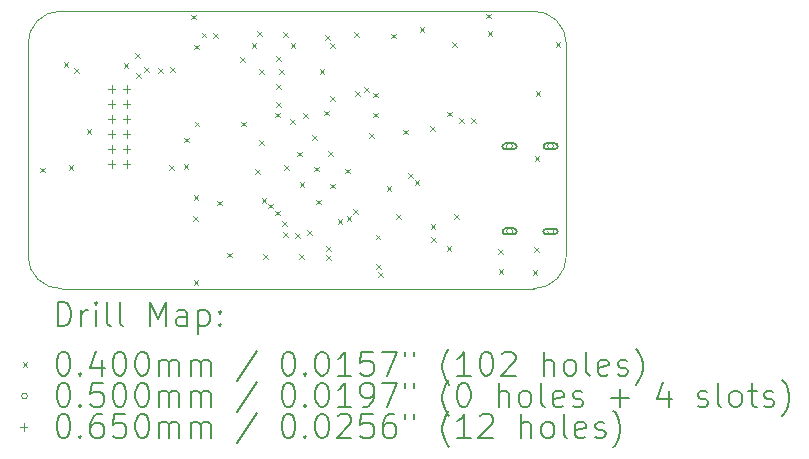
<source format=gbr>
%TF.GenerationSoftware,KiCad,Pcbnew,(6.0.7)*%
%TF.CreationDate,2022-10-28T10:56:25+02:00*%
%TF.ProjectId,LDAD ATOM PRO,4c444144-2041-4544-9f4d-2050524f2e6b,5.3*%
%TF.SameCoordinates,Original*%
%TF.FileFunction,Drillmap*%
%TF.FilePolarity,Positive*%
%FSLAX45Y45*%
G04 Gerber Fmt 4.5, Leading zero omitted, Abs format (unit mm)*
G04 Created by KiCad (PCBNEW (6.0.7)) date 2022-10-28 10:56:25*
%MOMM*%
%LPD*%
G01*
G04 APERTURE LIST*
%ADD10C,0.100000*%
%ADD11C,0.200000*%
%ADD12C,0.040000*%
%ADD13C,0.050000*%
%ADD14C,0.065000*%
G04 APERTURE END LIST*
D10*
X11910315Y-10919793D02*
X15903973Y-10920000D01*
X16181179Y-8848000D02*
G75*
G03*
X15893000Y-8570000I-278189J-10D01*
G01*
X15903973Y-10920002D02*
G75*
G03*
X16181972Y-10631820I-3J278182D01*
G01*
X11900387Y-8568955D02*
X15893000Y-8570000D01*
X16181972Y-10631820D02*
X16181180Y-8848000D01*
X11622138Y-10641793D02*
G75*
G03*
X11910315Y-10919793I278182J3D01*
G01*
X11622135Y-10641793D02*
X11622387Y-8857135D01*
X11900387Y-8568956D02*
G75*
G03*
X11622387Y-8857135I-27J-278154D01*
G01*
D11*
D12*
X11723000Y-9895000D02*
X11763000Y-9935000D01*
X11763000Y-9895000D02*
X11723000Y-9935000D01*
X11924000Y-9001000D02*
X11964000Y-9041000D01*
X11964000Y-9001000D02*
X11924000Y-9041000D01*
X11966000Y-9873000D02*
X12006000Y-9913000D01*
X12006000Y-9873000D02*
X11966000Y-9913000D01*
X12013000Y-9055000D02*
X12053000Y-9095000D01*
X12053000Y-9055000D02*
X12013000Y-9095000D01*
X12119000Y-9570000D02*
X12159000Y-9610000D01*
X12159000Y-9570000D02*
X12119000Y-9610000D01*
X12433000Y-9013000D02*
X12473000Y-9053000D01*
X12473000Y-9013000D02*
X12433000Y-9053000D01*
X12529000Y-8925000D02*
X12569000Y-8965000D01*
X12569000Y-8925000D02*
X12529000Y-8965000D01*
X12536000Y-9098000D02*
X12576000Y-9138000D01*
X12576000Y-9098000D02*
X12536000Y-9138000D01*
X12609000Y-9044000D02*
X12649000Y-9084000D01*
X12649000Y-9044000D02*
X12609000Y-9084000D01*
X12726000Y-9056000D02*
X12766000Y-9096000D01*
X12766000Y-9056000D02*
X12726000Y-9096000D01*
X12819000Y-9872000D02*
X12859000Y-9912000D01*
X12859000Y-9872000D02*
X12819000Y-9912000D01*
X12826000Y-9043000D02*
X12866000Y-9083000D01*
X12866000Y-9043000D02*
X12826000Y-9083000D01*
X12941000Y-9866000D02*
X12981000Y-9906000D01*
X12981000Y-9866000D02*
X12941000Y-9906000D01*
X12943000Y-9641000D02*
X12983000Y-9681000D01*
X12983000Y-9641000D02*
X12943000Y-9681000D01*
X13001000Y-8601000D02*
X13041000Y-8641000D01*
X13041000Y-8601000D02*
X13001000Y-8641000D01*
X13021000Y-10309000D02*
X13061000Y-10349000D01*
X13061000Y-10309000D02*
X13021000Y-10349000D01*
X13024000Y-10849000D02*
X13064000Y-10889000D01*
X13064000Y-10849000D02*
X13024000Y-10889000D01*
X13026000Y-10130000D02*
X13066000Y-10170000D01*
X13066000Y-10130000D02*
X13026000Y-10170000D01*
X13032000Y-8853000D02*
X13072000Y-8893000D01*
X13072000Y-8853000D02*
X13032000Y-8893000D01*
X13033000Y-9506000D02*
X13073000Y-9546000D01*
X13073000Y-9506000D02*
X13033000Y-9546000D01*
X13092000Y-8753000D02*
X13132000Y-8793000D01*
X13132000Y-8753000D02*
X13092000Y-8793000D01*
X13189000Y-8755000D02*
X13229000Y-8795000D01*
X13229000Y-8755000D02*
X13189000Y-8795000D01*
X13224000Y-10175000D02*
X13264000Y-10215000D01*
X13264000Y-10175000D02*
X13224000Y-10215000D01*
X13307000Y-10616000D02*
X13347000Y-10656000D01*
X13347000Y-10616000D02*
X13307000Y-10656000D01*
X13419000Y-8959000D02*
X13459000Y-8999000D01*
X13459000Y-8959000D02*
X13419000Y-8999000D01*
X13429000Y-9506000D02*
X13469000Y-9546000D01*
X13469000Y-9506000D02*
X13429000Y-9546000D01*
X13516000Y-8840000D02*
X13556000Y-8880000D01*
X13556000Y-8840000D02*
X13516000Y-8880000D01*
X13548000Y-9908000D02*
X13588000Y-9948000D01*
X13588000Y-9908000D02*
X13548000Y-9948000D01*
X13560000Y-8742000D02*
X13600000Y-8782000D01*
X13600000Y-8742000D02*
X13560000Y-8782000D01*
X13579000Y-9661000D02*
X13619000Y-9701000D01*
X13619000Y-9661000D02*
X13579000Y-9701000D01*
X13581000Y-9060000D02*
X13621000Y-9100000D01*
X13621000Y-9060000D02*
X13581000Y-9100000D01*
X13602000Y-10151000D02*
X13642000Y-10191000D01*
X13642000Y-10151000D02*
X13602000Y-10191000D01*
X13612000Y-10627000D02*
X13652000Y-10667000D01*
X13652000Y-10627000D02*
X13612000Y-10667000D01*
X13657000Y-10200000D02*
X13697000Y-10240000D01*
X13697000Y-10200000D02*
X13657000Y-10240000D01*
X13714000Y-10259000D02*
X13754000Y-10299000D01*
X13754000Y-10259000D02*
X13714000Y-10299000D01*
X13715000Y-9429000D02*
X13755000Y-9469000D01*
X13755000Y-9429000D02*
X13715000Y-9469000D01*
X13723000Y-9338000D02*
X13763000Y-9378000D01*
X13763000Y-9338000D02*
X13723000Y-9378000D01*
X13724000Y-8954000D02*
X13764000Y-8994000D01*
X13764000Y-8954000D02*
X13724000Y-8994000D01*
X13725000Y-9188000D02*
X13765000Y-9228000D01*
X13765000Y-9188000D02*
X13725000Y-9228000D01*
X13749000Y-9062000D02*
X13789000Y-9102000D01*
X13789000Y-9062000D02*
X13749000Y-9102000D01*
X13775000Y-10351000D02*
X13815000Y-10391000D01*
X13815000Y-10351000D02*
X13775000Y-10391000D01*
X13781000Y-8749000D02*
X13821000Y-8789000D01*
X13821000Y-8749000D02*
X13781000Y-8789000D01*
X13784000Y-10442000D02*
X13824000Y-10482000D01*
X13824000Y-10442000D02*
X13784000Y-10482000D01*
X13791000Y-9875000D02*
X13831000Y-9915000D01*
X13831000Y-9875000D02*
X13791000Y-9915000D01*
X13844000Y-9483000D02*
X13884000Y-9523000D01*
X13884000Y-9483000D02*
X13844000Y-9523000D01*
X13847000Y-8843000D02*
X13887000Y-8883000D01*
X13887000Y-8843000D02*
X13847000Y-8883000D01*
X13885000Y-10453000D02*
X13925000Y-10493000D01*
X13925000Y-10453000D02*
X13885000Y-10493000D01*
X13901000Y-9759000D02*
X13941000Y-9799000D01*
X13941000Y-9759000D02*
X13901000Y-9799000D01*
X13916000Y-10625000D02*
X13956000Y-10665000D01*
X13956000Y-10625000D02*
X13916000Y-10665000D01*
X13923000Y-10021000D02*
X13963000Y-10061000D01*
X13963000Y-10021000D02*
X13923000Y-10061000D01*
X13955000Y-9434000D02*
X13995000Y-9474000D01*
X13995000Y-9434000D02*
X13955000Y-9474000D01*
X13988000Y-10422000D02*
X14028000Y-10462000D01*
X14028000Y-10422000D02*
X13988000Y-10462000D01*
X14026000Y-9619000D02*
X14066000Y-9659000D01*
X14066000Y-9619000D02*
X14026000Y-9659000D01*
X14043000Y-9886000D02*
X14083000Y-9926000D01*
X14083000Y-9886000D02*
X14043000Y-9926000D01*
X14061000Y-10167000D02*
X14101000Y-10207000D01*
X14101000Y-10167000D02*
X14061000Y-10207000D01*
X14091000Y-9063000D02*
X14131000Y-9103000D01*
X14131000Y-9063000D02*
X14091000Y-9103000D01*
X14130000Y-9413000D02*
X14170000Y-9453000D01*
X14170000Y-9413000D02*
X14130000Y-9453000D01*
X14140000Y-8771000D02*
X14180000Y-8811000D01*
X14180000Y-8771000D02*
X14140000Y-8811000D01*
X14147000Y-10635000D02*
X14187000Y-10675000D01*
X14187000Y-10635000D02*
X14147000Y-10675000D01*
X14148000Y-10558000D02*
X14188000Y-10598000D01*
X14188000Y-10558000D02*
X14148000Y-10598000D01*
X14166000Y-9755000D02*
X14206000Y-9795000D01*
X14206000Y-9755000D02*
X14166000Y-9795000D01*
X14183000Y-8843000D02*
X14223000Y-8883000D01*
X14223000Y-8843000D02*
X14183000Y-8883000D01*
X14183000Y-9291000D02*
X14223000Y-9331000D01*
X14223000Y-9291000D02*
X14183000Y-9331000D01*
X14183000Y-10030000D02*
X14223000Y-10070000D01*
X14223000Y-10030000D02*
X14183000Y-10070000D01*
X14244000Y-10329000D02*
X14284000Y-10369000D01*
X14284000Y-10329000D02*
X14244000Y-10369000D01*
X14308000Y-9903000D02*
X14348000Y-9943000D01*
X14348000Y-9903000D02*
X14308000Y-9943000D01*
X14321000Y-10308000D02*
X14361000Y-10348000D01*
X14361000Y-10308000D02*
X14321000Y-10348000D01*
X14374000Y-10247000D02*
X14414000Y-10287000D01*
X14414000Y-10247000D02*
X14374000Y-10287000D01*
X14386000Y-8747000D02*
X14426000Y-8787000D01*
X14426000Y-8747000D02*
X14386000Y-8787000D01*
X14391000Y-9248000D02*
X14431000Y-9288000D01*
X14431000Y-9248000D02*
X14391000Y-9288000D01*
X14469000Y-9217000D02*
X14509000Y-9257000D01*
X14509000Y-9217000D02*
X14469000Y-9257000D01*
X14514000Y-9601000D02*
X14554000Y-9641000D01*
X14554000Y-9601000D02*
X14514000Y-9641000D01*
X14543000Y-9431000D02*
X14583000Y-9471000D01*
X14583000Y-9431000D02*
X14543000Y-9471000D01*
X14545000Y-9260000D02*
X14585000Y-9300000D01*
X14585000Y-9260000D02*
X14545000Y-9300000D01*
X14566000Y-10463000D02*
X14606000Y-10503000D01*
X14606000Y-10463000D02*
X14566000Y-10503000D01*
X14568000Y-10715000D02*
X14608000Y-10755000D01*
X14608000Y-10715000D02*
X14568000Y-10755000D01*
X14585000Y-10779000D02*
X14625000Y-10819000D01*
X14625000Y-10779000D02*
X14585000Y-10819000D01*
X14660000Y-10053000D02*
X14700000Y-10093000D01*
X14700000Y-10053000D02*
X14660000Y-10093000D01*
X14697000Y-8761000D02*
X14737000Y-8801000D01*
X14737000Y-8761000D02*
X14697000Y-8801000D01*
X14738000Y-10291000D02*
X14778000Y-10331000D01*
X14778000Y-10291000D02*
X14738000Y-10331000D01*
X14798000Y-9573000D02*
X14838000Y-9613000D01*
X14838000Y-9573000D02*
X14798000Y-9613000D01*
X14839000Y-9942000D02*
X14879000Y-9982000D01*
X14879000Y-9942000D02*
X14839000Y-9982000D01*
X14896000Y-10003000D02*
X14936000Y-10043000D01*
X14936000Y-10003000D02*
X14896000Y-10043000D01*
X14939000Y-8705000D02*
X14979000Y-8745000D01*
X14979000Y-8705000D02*
X14939000Y-8745000D01*
X15026000Y-9546000D02*
X15066000Y-9586000D01*
X15066000Y-9546000D02*
X15026000Y-9586000D01*
X15031000Y-10374000D02*
X15071000Y-10414000D01*
X15071000Y-10374000D02*
X15031000Y-10414000D01*
X15033000Y-10486000D02*
X15073000Y-10526000D01*
X15073000Y-10486000D02*
X15033000Y-10526000D01*
X15167000Y-10561000D02*
X15207000Y-10601000D01*
X15207000Y-10561000D02*
X15167000Y-10601000D01*
X15171000Y-9422000D02*
X15211000Y-9462000D01*
X15211000Y-9422000D02*
X15171000Y-9462000D01*
X15213000Y-8834000D02*
X15253000Y-8874000D01*
X15253000Y-8834000D02*
X15213000Y-8874000D01*
X15231000Y-10291000D02*
X15271000Y-10331000D01*
X15271000Y-10291000D02*
X15231000Y-10331000D01*
X15275000Y-9474000D02*
X15315000Y-9514000D01*
X15315000Y-9474000D02*
X15275000Y-9514000D01*
X15374000Y-9479000D02*
X15414000Y-9519000D01*
X15414000Y-9479000D02*
X15374000Y-9519000D01*
X15503000Y-8591000D02*
X15543000Y-8631000D01*
X15543000Y-8591000D02*
X15503000Y-8631000D01*
X15514000Y-8741000D02*
X15554000Y-8781000D01*
X15554000Y-8741000D02*
X15514000Y-8781000D01*
X15606000Y-10586000D02*
X15646000Y-10626000D01*
X15646000Y-10586000D02*
X15606000Y-10626000D01*
X15608000Y-10756000D02*
X15648000Y-10796000D01*
X15648000Y-10756000D02*
X15608000Y-10796000D01*
X15895000Y-10761000D02*
X15935000Y-10801000D01*
X15935000Y-10761000D02*
X15895000Y-10801000D01*
X15905000Y-10571000D02*
X15945000Y-10611000D01*
X15945000Y-10571000D02*
X15905000Y-10611000D01*
X15913000Y-9800000D02*
X15953000Y-9840000D01*
X15953000Y-9800000D02*
X15913000Y-9840000D01*
X15920000Y-9248000D02*
X15960000Y-9288000D01*
X15960000Y-9248000D02*
X15920000Y-9288000D01*
X16090000Y-8834000D02*
X16130000Y-8874000D01*
X16130000Y-8834000D02*
X16090000Y-8874000D01*
D13*
X15724000Y-9716000D02*
G75*
G03*
X15724000Y-9716000I-25000J0D01*
G01*
D11*
X15664000Y-9741000D02*
X15734000Y-9741000D01*
X15664000Y-9691000D02*
X15734000Y-9691000D01*
X15734000Y-9741000D02*
G75*
G03*
X15734000Y-9691000I0J25000D01*
G01*
X15664000Y-9691000D02*
G75*
G03*
X15664000Y-9741000I0J-25000D01*
G01*
D13*
X15725000Y-10435000D02*
G75*
G03*
X15725000Y-10435000I-25000J0D01*
G01*
D11*
X15665000Y-10460000D02*
X15735000Y-10460000D01*
X15665000Y-10410000D02*
X15735000Y-10410000D01*
X15735000Y-10460000D02*
G75*
G03*
X15735000Y-10410000I0J25000D01*
G01*
X15665000Y-10410000D02*
G75*
G03*
X15665000Y-10460000I0J-25000D01*
G01*
D13*
X16072000Y-9714000D02*
G75*
G03*
X16072000Y-9714000I-25000J0D01*
G01*
D11*
X16012000Y-9739000D02*
X16082000Y-9739000D01*
X16012000Y-9689000D02*
X16082000Y-9689000D01*
X16082000Y-9739000D02*
G75*
G03*
X16082000Y-9689000I0J25000D01*
G01*
X16012000Y-9689000D02*
G75*
G03*
X16012000Y-9739000I0J-25000D01*
G01*
D13*
X16072000Y-10436000D02*
G75*
G03*
X16072000Y-10436000I-25000J0D01*
G01*
D11*
X16012000Y-10461000D02*
X16082000Y-10461000D01*
X16012000Y-10411000D02*
X16082000Y-10411000D01*
X16082000Y-10461000D02*
G75*
G03*
X16082000Y-10411000I0J25000D01*
G01*
X16012000Y-10411000D02*
G75*
G03*
X16012000Y-10461000I0J-25000D01*
G01*
D14*
X12330500Y-9200000D02*
X12330500Y-9265000D01*
X12298000Y-9232500D02*
X12363000Y-9232500D01*
X12330500Y-9327000D02*
X12330500Y-9392000D01*
X12298000Y-9359500D02*
X12363000Y-9359500D01*
X12330500Y-9454000D02*
X12330500Y-9519000D01*
X12298000Y-9486500D02*
X12363000Y-9486500D01*
X12330500Y-9581000D02*
X12330500Y-9646000D01*
X12298000Y-9613500D02*
X12363000Y-9613500D01*
X12330500Y-9708000D02*
X12330500Y-9773000D01*
X12298000Y-9740500D02*
X12363000Y-9740500D01*
X12330500Y-9835000D02*
X12330500Y-9900000D01*
X12298000Y-9867500D02*
X12363000Y-9867500D01*
X12457500Y-9200000D02*
X12457500Y-9265000D01*
X12425000Y-9232500D02*
X12490000Y-9232500D01*
X12457500Y-9327000D02*
X12457500Y-9392000D01*
X12425000Y-9359500D02*
X12490000Y-9359500D01*
X12457500Y-9454000D02*
X12457500Y-9519000D01*
X12425000Y-9486500D02*
X12490000Y-9486500D01*
X12457500Y-9581000D02*
X12457500Y-9646000D01*
X12425000Y-9613500D02*
X12490000Y-9613500D01*
X12457500Y-9708000D02*
X12457500Y-9773000D01*
X12425000Y-9740500D02*
X12490000Y-9740500D01*
X12457500Y-9835000D02*
X12457500Y-9900000D01*
X12425000Y-9867500D02*
X12490000Y-9867500D01*
D11*
X11874754Y-11235476D02*
X11874754Y-11035476D01*
X11922373Y-11035476D01*
X11950944Y-11045000D01*
X11969992Y-11064048D01*
X11979516Y-11083095D01*
X11989040Y-11121190D01*
X11989040Y-11149762D01*
X11979516Y-11187857D01*
X11969992Y-11206905D01*
X11950944Y-11225952D01*
X11922373Y-11235476D01*
X11874754Y-11235476D01*
X12074754Y-11235476D02*
X12074754Y-11102143D01*
X12074754Y-11140238D02*
X12084278Y-11121190D01*
X12093801Y-11111667D01*
X12112849Y-11102143D01*
X12131897Y-11102143D01*
X12198563Y-11235476D02*
X12198563Y-11102143D01*
X12198563Y-11035476D02*
X12189040Y-11045000D01*
X12198563Y-11054524D01*
X12208087Y-11045000D01*
X12198563Y-11035476D01*
X12198563Y-11054524D01*
X12322373Y-11235476D02*
X12303325Y-11225952D01*
X12293801Y-11206905D01*
X12293801Y-11035476D01*
X12427135Y-11235476D02*
X12408087Y-11225952D01*
X12398563Y-11206905D01*
X12398563Y-11035476D01*
X12655706Y-11235476D02*
X12655706Y-11035476D01*
X12722373Y-11178333D01*
X12789040Y-11035476D01*
X12789040Y-11235476D01*
X12969992Y-11235476D02*
X12969992Y-11130714D01*
X12960468Y-11111667D01*
X12941421Y-11102143D01*
X12903325Y-11102143D01*
X12884278Y-11111667D01*
X12969992Y-11225952D02*
X12950944Y-11235476D01*
X12903325Y-11235476D01*
X12884278Y-11225952D01*
X12874754Y-11206905D01*
X12874754Y-11187857D01*
X12884278Y-11168809D01*
X12903325Y-11159286D01*
X12950944Y-11159286D01*
X12969992Y-11149762D01*
X13065230Y-11102143D02*
X13065230Y-11302143D01*
X13065230Y-11111667D02*
X13084278Y-11102143D01*
X13122373Y-11102143D01*
X13141421Y-11111667D01*
X13150944Y-11121190D01*
X13160468Y-11140238D01*
X13160468Y-11197381D01*
X13150944Y-11216428D01*
X13141421Y-11225952D01*
X13122373Y-11235476D01*
X13084278Y-11235476D01*
X13065230Y-11225952D01*
X13246182Y-11216428D02*
X13255706Y-11225952D01*
X13246182Y-11235476D01*
X13236659Y-11225952D01*
X13246182Y-11216428D01*
X13246182Y-11235476D01*
X13246182Y-11111667D02*
X13255706Y-11121190D01*
X13246182Y-11130714D01*
X13236659Y-11121190D01*
X13246182Y-11111667D01*
X13246182Y-11130714D01*
D12*
X11577135Y-11545000D02*
X11617135Y-11585000D01*
X11617135Y-11545000D02*
X11577135Y-11585000D01*
D11*
X11912849Y-11455476D02*
X11931897Y-11455476D01*
X11950944Y-11465000D01*
X11960468Y-11474524D01*
X11969992Y-11493571D01*
X11979516Y-11531666D01*
X11979516Y-11579286D01*
X11969992Y-11617381D01*
X11960468Y-11636428D01*
X11950944Y-11645952D01*
X11931897Y-11655476D01*
X11912849Y-11655476D01*
X11893801Y-11645952D01*
X11884278Y-11636428D01*
X11874754Y-11617381D01*
X11865230Y-11579286D01*
X11865230Y-11531666D01*
X11874754Y-11493571D01*
X11884278Y-11474524D01*
X11893801Y-11465000D01*
X11912849Y-11455476D01*
X12065230Y-11636428D02*
X12074754Y-11645952D01*
X12065230Y-11655476D01*
X12055706Y-11645952D01*
X12065230Y-11636428D01*
X12065230Y-11655476D01*
X12246182Y-11522143D02*
X12246182Y-11655476D01*
X12198563Y-11445952D02*
X12150944Y-11588809D01*
X12274754Y-11588809D01*
X12389040Y-11455476D02*
X12408087Y-11455476D01*
X12427135Y-11465000D01*
X12436659Y-11474524D01*
X12446182Y-11493571D01*
X12455706Y-11531666D01*
X12455706Y-11579286D01*
X12446182Y-11617381D01*
X12436659Y-11636428D01*
X12427135Y-11645952D01*
X12408087Y-11655476D01*
X12389040Y-11655476D01*
X12369992Y-11645952D01*
X12360468Y-11636428D01*
X12350944Y-11617381D01*
X12341421Y-11579286D01*
X12341421Y-11531666D01*
X12350944Y-11493571D01*
X12360468Y-11474524D01*
X12369992Y-11465000D01*
X12389040Y-11455476D01*
X12579516Y-11455476D02*
X12598563Y-11455476D01*
X12617611Y-11465000D01*
X12627135Y-11474524D01*
X12636659Y-11493571D01*
X12646182Y-11531666D01*
X12646182Y-11579286D01*
X12636659Y-11617381D01*
X12627135Y-11636428D01*
X12617611Y-11645952D01*
X12598563Y-11655476D01*
X12579516Y-11655476D01*
X12560468Y-11645952D01*
X12550944Y-11636428D01*
X12541421Y-11617381D01*
X12531897Y-11579286D01*
X12531897Y-11531666D01*
X12541421Y-11493571D01*
X12550944Y-11474524D01*
X12560468Y-11465000D01*
X12579516Y-11455476D01*
X12731897Y-11655476D02*
X12731897Y-11522143D01*
X12731897Y-11541190D02*
X12741421Y-11531666D01*
X12760468Y-11522143D01*
X12789040Y-11522143D01*
X12808087Y-11531666D01*
X12817611Y-11550714D01*
X12817611Y-11655476D01*
X12817611Y-11550714D02*
X12827135Y-11531666D01*
X12846182Y-11522143D01*
X12874754Y-11522143D01*
X12893801Y-11531666D01*
X12903325Y-11550714D01*
X12903325Y-11655476D01*
X12998563Y-11655476D02*
X12998563Y-11522143D01*
X12998563Y-11541190D02*
X13008087Y-11531666D01*
X13027135Y-11522143D01*
X13055706Y-11522143D01*
X13074754Y-11531666D01*
X13084278Y-11550714D01*
X13084278Y-11655476D01*
X13084278Y-11550714D02*
X13093801Y-11531666D01*
X13112849Y-11522143D01*
X13141421Y-11522143D01*
X13160468Y-11531666D01*
X13169992Y-11550714D01*
X13169992Y-11655476D01*
X13560468Y-11445952D02*
X13389040Y-11703095D01*
X13817611Y-11455476D02*
X13836659Y-11455476D01*
X13855706Y-11465000D01*
X13865230Y-11474524D01*
X13874754Y-11493571D01*
X13884278Y-11531666D01*
X13884278Y-11579286D01*
X13874754Y-11617381D01*
X13865230Y-11636428D01*
X13855706Y-11645952D01*
X13836659Y-11655476D01*
X13817611Y-11655476D01*
X13798563Y-11645952D01*
X13789040Y-11636428D01*
X13779516Y-11617381D01*
X13769992Y-11579286D01*
X13769992Y-11531666D01*
X13779516Y-11493571D01*
X13789040Y-11474524D01*
X13798563Y-11465000D01*
X13817611Y-11455476D01*
X13969992Y-11636428D02*
X13979516Y-11645952D01*
X13969992Y-11655476D01*
X13960468Y-11645952D01*
X13969992Y-11636428D01*
X13969992Y-11655476D01*
X14103325Y-11455476D02*
X14122373Y-11455476D01*
X14141421Y-11465000D01*
X14150944Y-11474524D01*
X14160468Y-11493571D01*
X14169992Y-11531666D01*
X14169992Y-11579286D01*
X14160468Y-11617381D01*
X14150944Y-11636428D01*
X14141421Y-11645952D01*
X14122373Y-11655476D01*
X14103325Y-11655476D01*
X14084278Y-11645952D01*
X14074754Y-11636428D01*
X14065230Y-11617381D01*
X14055706Y-11579286D01*
X14055706Y-11531666D01*
X14065230Y-11493571D01*
X14074754Y-11474524D01*
X14084278Y-11465000D01*
X14103325Y-11455476D01*
X14360468Y-11655476D02*
X14246182Y-11655476D01*
X14303325Y-11655476D02*
X14303325Y-11455476D01*
X14284278Y-11484047D01*
X14265230Y-11503095D01*
X14246182Y-11512619D01*
X14541421Y-11455476D02*
X14446182Y-11455476D01*
X14436659Y-11550714D01*
X14446182Y-11541190D01*
X14465230Y-11531666D01*
X14512849Y-11531666D01*
X14531897Y-11541190D01*
X14541421Y-11550714D01*
X14550944Y-11569762D01*
X14550944Y-11617381D01*
X14541421Y-11636428D01*
X14531897Y-11645952D01*
X14512849Y-11655476D01*
X14465230Y-11655476D01*
X14446182Y-11645952D01*
X14436659Y-11636428D01*
X14617611Y-11455476D02*
X14750944Y-11455476D01*
X14665230Y-11655476D01*
X14817611Y-11455476D02*
X14817611Y-11493571D01*
X14893801Y-11455476D02*
X14893801Y-11493571D01*
X15189040Y-11731666D02*
X15179516Y-11722143D01*
X15160468Y-11693571D01*
X15150944Y-11674524D01*
X15141421Y-11645952D01*
X15131897Y-11598333D01*
X15131897Y-11560238D01*
X15141421Y-11512619D01*
X15150944Y-11484047D01*
X15160468Y-11465000D01*
X15179516Y-11436428D01*
X15189040Y-11426905D01*
X15369992Y-11655476D02*
X15255706Y-11655476D01*
X15312849Y-11655476D02*
X15312849Y-11455476D01*
X15293801Y-11484047D01*
X15274754Y-11503095D01*
X15255706Y-11512619D01*
X15493801Y-11455476D02*
X15512849Y-11455476D01*
X15531897Y-11465000D01*
X15541421Y-11474524D01*
X15550944Y-11493571D01*
X15560468Y-11531666D01*
X15560468Y-11579286D01*
X15550944Y-11617381D01*
X15541421Y-11636428D01*
X15531897Y-11645952D01*
X15512849Y-11655476D01*
X15493801Y-11655476D01*
X15474754Y-11645952D01*
X15465230Y-11636428D01*
X15455706Y-11617381D01*
X15446182Y-11579286D01*
X15446182Y-11531666D01*
X15455706Y-11493571D01*
X15465230Y-11474524D01*
X15474754Y-11465000D01*
X15493801Y-11455476D01*
X15636659Y-11474524D02*
X15646182Y-11465000D01*
X15665230Y-11455476D01*
X15712849Y-11455476D01*
X15731897Y-11465000D01*
X15741421Y-11474524D01*
X15750944Y-11493571D01*
X15750944Y-11512619D01*
X15741421Y-11541190D01*
X15627135Y-11655476D01*
X15750944Y-11655476D01*
X15989040Y-11655476D02*
X15989040Y-11455476D01*
X16074754Y-11655476D02*
X16074754Y-11550714D01*
X16065230Y-11531666D01*
X16046182Y-11522143D01*
X16017611Y-11522143D01*
X15998563Y-11531666D01*
X15989040Y-11541190D01*
X16198563Y-11655476D02*
X16179516Y-11645952D01*
X16169992Y-11636428D01*
X16160468Y-11617381D01*
X16160468Y-11560238D01*
X16169992Y-11541190D01*
X16179516Y-11531666D01*
X16198563Y-11522143D01*
X16227135Y-11522143D01*
X16246182Y-11531666D01*
X16255706Y-11541190D01*
X16265230Y-11560238D01*
X16265230Y-11617381D01*
X16255706Y-11636428D01*
X16246182Y-11645952D01*
X16227135Y-11655476D01*
X16198563Y-11655476D01*
X16379516Y-11655476D02*
X16360468Y-11645952D01*
X16350944Y-11626905D01*
X16350944Y-11455476D01*
X16531897Y-11645952D02*
X16512849Y-11655476D01*
X16474754Y-11655476D01*
X16455706Y-11645952D01*
X16446182Y-11626905D01*
X16446182Y-11550714D01*
X16455706Y-11531666D01*
X16474754Y-11522143D01*
X16512849Y-11522143D01*
X16531897Y-11531666D01*
X16541421Y-11550714D01*
X16541421Y-11569762D01*
X16446182Y-11588809D01*
X16617611Y-11645952D02*
X16636659Y-11655476D01*
X16674754Y-11655476D01*
X16693801Y-11645952D01*
X16703325Y-11626905D01*
X16703325Y-11617381D01*
X16693801Y-11598333D01*
X16674754Y-11588809D01*
X16646182Y-11588809D01*
X16627135Y-11579286D01*
X16617611Y-11560238D01*
X16617611Y-11550714D01*
X16627135Y-11531666D01*
X16646182Y-11522143D01*
X16674754Y-11522143D01*
X16693801Y-11531666D01*
X16769992Y-11731666D02*
X16779516Y-11722143D01*
X16798563Y-11693571D01*
X16808087Y-11674524D01*
X16817611Y-11645952D01*
X16827135Y-11598333D01*
X16827135Y-11560238D01*
X16817611Y-11512619D01*
X16808087Y-11484047D01*
X16798563Y-11465000D01*
X16779516Y-11436428D01*
X16769992Y-11426905D01*
D13*
X11617135Y-11829000D02*
G75*
G03*
X11617135Y-11829000I-25000J0D01*
G01*
D11*
X11912849Y-11719476D02*
X11931897Y-11719476D01*
X11950944Y-11729000D01*
X11960468Y-11738524D01*
X11969992Y-11757571D01*
X11979516Y-11795666D01*
X11979516Y-11843286D01*
X11969992Y-11881381D01*
X11960468Y-11900428D01*
X11950944Y-11909952D01*
X11931897Y-11919476D01*
X11912849Y-11919476D01*
X11893801Y-11909952D01*
X11884278Y-11900428D01*
X11874754Y-11881381D01*
X11865230Y-11843286D01*
X11865230Y-11795666D01*
X11874754Y-11757571D01*
X11884278Y-11738524D01*
X11893801Y-11729000D01*
X11912849Y-11719476D01*
X12065230Y-11900428D02*
X12074754Y-11909952D01*
X12065230Y-11919476D01*
X12055706Y-11909952D01*
X12065230Y-11900428D01*
X12065230Y-11919476D01*
X12255706Y-11719476D02*
X12160468Y-11719476D01*
X12150944Y-11814714D01*
X12160468Y-11805190D01*
X12179516Y-11795666D01*
X12227135Y-11795666D01*
X12246182Y-11805190D01*
X12255706Y-11814714D01*
X12265230Y-11833762D01*
X12265230Y-11881381D01*
X12255706Y-11900428D01*
X12246182Y-11909952D01*
X12227135Y-11919476D01*
X12179516Y-11919476D01*
X12160468Y-11909952D01*
X12150944Y-11900428D01*
X12389040Y-11719476D02*
X12408087Y-11719476D01*
X12427135Y-11729000D01*
X12436659Y-11738524D01*
X12446182Y-11757571D01*
X12455706Y-11795666D01*
X12455706Y-11843286D01*
X12446182Y-11881381D01*
X12436659Y-11900428D01*
X12427135Y-11909952D01*
X12408087Y-11919476D01*
X12389040Y-11919476D01*
X12369992Y-11909952D01*
X12360468Y-11900428D01*
X12350944Y-11881381D01*
X12341421Y-11843286D01*
X12341421Y-11795666D01*
X12350944Y-11757571D01*
X12360468Y-11738524D01*
X12369992Y-11729000D01*
X12389040Y-11719476D01*
X12579516Y-11719476D02*
X12598563Y-11719476D01*
X12617611Y-11729000D01*
X12627135Y-11738524D01*
X12636659Y-11757571D01*
X12646182Y-11795666D01*
X12646182Y-11843286D01*
X12636659Y-11881381D01*
X12627135Y-11900428D01*
X12617611Y-11909952D01*
X12598563Y-11919476D01*
X12579516Y-11919476D01*
X12560468Y-11909952D01*
X12550944Y-11900428D01*
X12541421Y-11881381D01*
X12531897Y-11843286D01*
X12531897Y-11795666D01*
X12541421Y-11757571D01*
X12550944Y-11738524D01*
X12560468Y-11729000D01*
X12579516Y-11719476D01*
X12731897Y-11919476D02*
X12731897Y-11786143D01*
X12731897Y-11805190D02*
X12741421Y-11795666D01*
X12760468Y-11786143D01*
X12789040Y-11786143D01*
X12808087Y-11795666D01*
X12817611Y-11814714D01*
X12817611Y-11919476D01*
X12817611Y-11814714D02*
X12827135Y-11795666D01*
X12846182Y-11786143D01*
X12874754Y-11786143D01*
X12893801Y-11795666D01*
X12903325Y-11814714D01*
X12903325Y-11919476D01*
X12998563Y-11919476D02*
X12998563Y-11786143D01*
X12998563Y-11805190D02*
X13008087Y-11795666D01*
X13027135Y-11786143D01*
X13055706Y-11786143D01*
X13074754Y-11795666D01*
X13084278Y-11814714D01*
X13084278Y-11919476D01*
X13084278Y-11814714D02*
X13093801Y-11795666D01*
X13112849Y-11786143D01*
X13141421Y-11786143D01*
X13160468Y-11795666D01*
X13169992Y-11814714D01*
X13169992Y-11919476D01*
X13560468Y-11709952D02*
X13389040Y-11967095D01*
X13817611Y-11719476D02*
X13836659Y-11719476D01*
X13855706Y-11729000D01*
X13865230Y-11738524D01*
X13874754Y-11757571D01*
X13884278Y-11795666D01*
X13884278Y-11843286D01*
X13874754Y-11881381D01*
X13865230Y-11900428D01*
X13855706Y-11909952D01*
X13836659Y-11919476D01*
X13817611Y-11919476D01*
X13798563Y-11909952D01*
X13789040Y-11900428D01*
X13779516Y-11881381D01*
X13769992Y-11843286D01*
X13769992Y-11795666D01*
X13779516Y-11757571D01*
X13789040Y-11738524D01*
X13798563Y-11729000D01*
X13817611Y-11719476D01*
X13969992Y-11900428D02*
X13979516Y-11909952D01*
X13969992Y-11919476D01*
X13960468Y-11909952D01*
X13969992Y-11900428D01*
X13969992Y-11919476D01*
X14103325Y-11719476D02*
X14122373Y-11719476D01*
X14141421Y-11729000D01*
X14150944Y-11738524D01*
X14160468Y-11757571D01*
X14169992Y-11795666D01*
X14169992Y-11843286D01*
X14160468Y-11881381D01*
X14150944Y-11900428D01*
X14141421Y-11909952D01*
X14122373Y-11919476D01*
X14103325Y-11919476D01*
X14084278Y-11909952D01*
X14074754Y-11900428D01*
X14065230Y-11881381D01*
X14055706Y-11843286D01*
X14055706Y-11795666D01*
X14065230Y-11757571D01*
X14074754Y-11738524D01*
X14084278Y-11729000D01*
X14103325Y-11719476D01*
X14360468Y-11919476D02*
X14246182Y-11919476D01*
X14303325Y-11919476D02*
X14303325Y-11719476D01*
X14284278Y-11748047D01*
X14265230Y-11767095D01*
X14246182Y-11776619D01*
X14455706Y-11919476D02*
X14493801Y-11919476D01*
X14512849Y-11909952D01*
X14522373Y-11900428D01*
X14541421Y-11871857D01*
X14550944Y-11833762D01*
X14550944Y-11757571D01*
X14541421Y-11738524D01*
X14531897Y-11729000D01*
X14512849Y-11719476D01*
X14474754Y-11719476D01*
X14455706Y-11729000D01*
X14446182Y-11738524D01*
X14436659Y-11757571D01*
X14436659Y-11805190D01*
X14446182Y-11824238D01*
X14455706Y-11833762D01*
X14474754Y-11843286D01*
X14512849Y-11843286D01*
X14531897Y-11833762D01*
X14541421Y-11824238D01*
X14550944Y-11805190D01*
X14617611Y-11719476D02*
X14750944Y-11719476D01*
X14665230Y-11919476D01*
X14817611Y-11719476D02*
X14817611Y-11757571D01*
X14893801Y-11719476D02*
X14893801Y-11757571D01*
X15189040Y-11995666D02*
X15179516Y-11986143D01*
X15160468Y-11957571D01*
X15150944Y-11938524D01*
X15141421Y-11909952D01*
X15131897Y-11862333D01*
X15131897Y-11824238D01*
X15141421Y-11776619D01*
X15150944Y-11748047D01*
X15160468Y-11729000D01*
X15179516Y-11700428D01*
X15189040Y-11690905D01*
X15303325Y-11719476D02*
X15322373Y-11719476D01*
X15341421Y-11729000D01*
X15350944Y-11738524D01*
X15360468Y-11757571D01*
X15369992Y-11795666D01*
X15369992Y-11843286D01*
X15360468Y-11881381D01*
X15350944Y-11900428D01*
X15341421Y-11909952D01*
X15322373Y-11919476D01*
X15303325Y-11919476D01*
X15284278Y-11909952D01*
X15274754Y-11900428D01*
X15265230Y-11881381D01*
X15255706Y-11843286D01*
X15255706Y-11795666D01*
X15265230Y-11757571D01*
X15274754Y-11738524D01*
X15284278Y-11729000D01*
X15303325Y-11719476D01*
X15608087Y-11919476D02*
X15608087Y-11719476D01*
X15693801Y-11919476D02*
X15693801Y-11814714D01*
X15684278Y-11795666D01*
X15665230Y-11786143D01*
X15636659Y-11786143D01*
X15617611Y-11795666D01*
X15608087Y-11805190D01*
X15817611Y-11919476D02*
X15798563Y-11909952D01*
X15789040Y-11900428D01*
X15779516Y-11881381D01*
X15779516Y-11824238D01*
X15789040Y-11805190D01*
X15798563Y-11795666D01*
X15817611Y-11786143D01*
X15846182Y-11786143D01*
X15865230Y-11795666D01*
X15874754Y-11805190D01*
X15884278Y-11824238D01*
X15884278Y-11881381D01*
X15874754Y-11900428D01*
X15865230Y-11909952D01*
X15846182Y-11919476D01*
X15817611Y-11919476D01*
X15998563Y-11919476D02*
X15979516Y-11909952D01*
X15969992Y-11890905D01*
X15969992Y-11719476D01*
X16150944Y-11909952D02*
X16131897Y-11919476D01*
X16093801Y-11919476D01*
X16074754Y-11909952D01*
X16065230Y-11890905D01*
X16065230Y-11814714D01*
X16074754Y-11795666D01*
X16093801Y-11786143D01*
X16131897Y-11786143D01*
X16150944Y-11795666D01*
X16160468Y-11814714D01*
X16160468Y-11833762D01*
X16065230Y-11852809D01*
X16236659Y-11909952D02*
X16255706Y-11919476D01*
X16293801Y-11919476D01*
X16312849Y-11909952D01*
X16322373Y-11890905D01*
X16322373Y-11881381D01*
X16312849Y-11862333D01*
X16293801Y-11852809D01*
X16265230Y-11852809D01*
X16246182Y-11843286D01*
X16236659Y-11824238D01*
X16236659Y-11814714D01*
X16246182Y-11795666D01*
X16265230Y-11786143D01*
X16293801Y-11786143D01*
X16312849Y-11795666D01*
X16560468Y-11843286D02*
X16712849Y-11843286D01*
X16636659Y-11919476D02*
X16636659Y-11767095D01*
X17046183Y-11786143D02*
X17046183Y-11919476D01*
X16998563Y-11709952D02*
X16950944Y-11852809D01*
X17074754Y-11852809D01*
X17293802Y-11909952D02*
X17312849Y-11919476D01*
X17350944Y-11919476D01*
X17369992Y-11909952D01*
X17379516Y-11890905D01*
X17379516Y-11881381D01*
X17369992Y-11862333D01*
X17350944Y-11852809D01*
X17322373Y-11852809D01*
X17303325Y-11843286D01*
X17293802Y-11824238D01*
X17293802Y-11814714D01*
X17303325Y-11795666D01*
X17322373Y-11786143D01*
X17350944Y-11786143D01*
X17369992Y-11795666D01*
X17493802Y-11919476D02*
X17474754Y-11909952D01*
X17465230Y-11890905D01*
X17465230Y-11719476D01*
X17598563Y-11919476D02*
X17579516Y-11909952D01*
X17569992Y-11900428D01*
X17560468Y-11881381D01*
X17560468Y-11824238D01*
X17569992Y-11805190D01*
X17579516Y-11795666D01*
X17598563Y-11786143D01*
X17627135Y-11786143D01*
X17646183Y-11795666D01*
X17655706Y-11805190D01*
X17665230Y-11824238D01*
X17665230Y-11881381D01*
X17655706Y-11900428D01*
X17646183Y-11909952D01*
X17627135Y-11919476D01*
X17598563Y-11919476D01*
X17722373Y-11786143D02*
X17798563Y-11786143D01*
X17750944Y-11719476D02*
X17750944Y-11890905D01*
X17760468Y-11909952D01*
X17779516Y-11919476D01*
X17798563Y-11919476D01*
X17855706Y-11909952D02*
X17874754Y-11919476D01*
X17912849Y-11919476D01*
X17931897Y-11909952D01*
X17941421Y-11890905D01*
X17941421Y-11881381D01*
X17931897Y-11862333D01*
X17912849Y-11852809D01*
X17884278Y-11852809D01*
X17865230Y-11843286D01*
X17855706Y-11824238D01*
X17855706Y-11814714D01*
X17865230Y-11795666D01*
X17884278Y-11786143D01*
X17912849Y-11786143D01*
X17931897Y-11795666D01*
X18008087Y-11995666D02*
X18017611Y-11986143D01*
X18036659Y-11957571D01*
X18046183Y-11938524D01*
X18055706Y-11909952D01*
X18065230Y-11862333D01*
X18065230Y-11824238D01*
X18055706Y-11776619D01*
X18046183Y-11748047D01*
X18036659Y-11729000D01*
X18017611Y-11700428D01*
X18008087Y-11690905D01*
D14*
X11584635Y-12060500D02*
X11584635Y-12125500D01*
X11552135Y-12093000D02*
X11617135Y-12093000D01*
D11*
X11912849Y-11983476D02*
X11931897Y-11983476D01*
X11950944Y-11993000D01*
X11960468Y-12002524D01*
X11969992Y-12021571D01*
X11979516Y-12059666D01*
X11979516Y-12107286D01*
X11969992Y-12145381D01*
X11960468Y-12164428D01*
X11950944Y-12173952D01*
X11931897Y-12183476D01*
X11912849Y-12183476D01*
X11893801Y-12173952D01*
X11884278Y-12164428D01*
X11874754Y-12145381D01*
X11865230Y-12107286D01*
X11865230Y-12059666D01*
X11874754Y-12021571D01*
X11884278Y-12002524D01*
X11893801Y-11993000D01*
X11912849Y-11983476D01*
X12065230Y-12164428D02*
X12074754Y-12173952D01*
X12065230Y-12183476D01*
X12055706Y-12173952D01*
X12065230Y-12164428D01*
X12065230Y-12183476D01*
X12246182Y-11983476D02*
X12208087Y-11983476D01*
X12189040Y-11993000D01*
X12179516Y-12002524D01*
X12160468Y-12031095D01*
X12150944Y-12069190D01*
X12150944Y-12145381D01*
X12160468Y-12164428D01*
X12169992Y-12173952D01*
X12189040Y-12183476D01*
X12227135Y-12183476D01*
X12246182Y-12173952D01*
X12255706Y-12164428D01*
X12265230Y-12145381D01*
X12265230Y-12097762D01*
X12255706Y-12078714D01*
X12246182Y-12069190D01*
X12227135Y-12059666D01*
X12189040Y-12059666D01*
X12169992Y-12069190D01*
X12160468Y-12078714D01*
X12150944Y-12097762D01*
X12446182Y-11983476D02*
X12350944Y-11983476D01*
X12341421Y-12078714D01*
X12350944Y-12069190D01*
X12369992Y-12059666D01*
X12417611Y-12059666D01*
X12436659Y-12069190D01*
X12446182Y-12078714D01*
X12455706Y-12097762D01*
X12455706Y-12145381D01*
X12446182Y-12164428D01*
X12436659Y-12173952D01*
X12417611Y-12183476D01*
X12369992Y-12183476D01*
X12350944Y-12173952D01*
X12341421Y-12164428D01*
X12579516Y-11983476D02*
X12598563Y-11983476D01*
X12617611Y-11993000D01*
X12627135Y-12002524D01*
X12636659Y-12021571D01*
X12646182Y-12059666D01*
X12646182Y-12107286D01*
X12636659Y-12145381D01*
X12627135Y-12164428D01*
X12617611Y-12173952D01*
X12598563Y-12183476D01*
X12579516Y-12183476D01*
X12560468Y-12173952D01*
X12550944Y-12164428D01*
X12541421Y-12145381D01*
X12531897Y-12107286D01*
X12531897Y-12059666D01*
X12541421Y-12021571D01*
X12550944Y-12002524D01*
X12560468Y-11993000D01*
X12579516Y-11983476D01*
X12731897Y-12183476D02*
X12731897Y-12050143D01*
X12731897Y-12069190D02*
X12741421Y-12059666D01*
X12760468Y-12050143D01*
X12789040Y-12050143D01*
X12808087Y-12059666D01*
X12817611Y-12078714D01*
X12817611Y-12183476D01*
X12817611Y-12078714D02*
X12827135Y-12059666D01*
X12846182Y-12050143D01*
X12874754Y-12050143D01*
X12893801Y-12059666D01*
X12903325Y-12078714D01*
X12903325Y-12183476D01*
X12998563Y-12183476D02*
X12998563Y-12050143D01*
X12998563Y-12069190D02*
X13008087Y-12059666D01*
X13027135Y-12050143D01*
X13055706Y-12050143D01*
X13074754Y-12059666D01*
X13084278Y-12078714D01*
X13084278Y-12183476D01*
X13084278Y-12078714D02*
X13093801Y-12059666D01*
X13112849Y-12050143D01*
X13141421Y-12050143D01*
X13160468Y-12059666D01*
X13169992Y-12078714D01*
X13169992Y-12183476D01*
X13560468Y-11973952D02*
X13389040Y-12231095D01*
X13817611Y-11983476D02*
X13836659Y-11983476D01*
X13855706Y-11993000D01*
X13865230Y-12002524D01*
X13874754Y-12021571D01*
X13884278Y-12059666D01*
X13884278Y-12107286D01*
X13874754Y-12145381D01*
X13865230Y-12164428D01*
X13855706Y-12173952D01*
X13836659Y-12183476D01*
X13817611Y-12183476D01*
X13798563Y-12173952D01*
X13789040Y-12164428D01*
X13779516Y-12145381D01*
X13769992Y-12107286D01*
X13769992Y-12059666D01*
X13779516Y-12021571D01*
X13789040Y-12002524D01*
X13798563Y-11993000D01*
X13817611Y-11983476D01*
X13969992Y-12164428D02*
X13979516Y-12173952D01*
X13969992Y-12183476D01*
X13960468Y-12173952D01*
X13969992Y-12164428D01*
X13969992Y-12183476D01*
X14103325Y-11983476D02*
X14122373Y-11983476D01*
X14141421Y-11993000D01*
X14150944Y-12002524D01*
X14160468Y-12021571D01*
X14169992Y-12059666D01*
X14169992Y-12107286D01*
X14160468Y-12145381D01*
X14150944Y-12164428D01*
X14141421Y-12173952D01*
X14122373Y-12183476D01*
X14103325Y-12183476D01*
X14084278Y-12173952D01*
X14074754Y-12164428D01*
X14065230Y-12145381D01*
X14055706Y-12107286D01*
X14055706Y-12059666D01*
X14065230Y-12021571D01*
X14074754Y-12002524D01*
X14084278Y-11993000D01*
X14103325Y-11983476D01*
X14246182Y-12002524D02*
X14255706Y-11993000D01*
X14274754Y-11983476D01*
X14322373Y-11983476D01*
X14341421Y-11993000D01*
X14350944Y-12002524D01*
X14360468Y-12021571D01*
X14360468Y-12040619D01*
X14350944Y-12069190D01*
X14236659Y-12183476D01*
X14360468Y-12183476D01*
X14541421Y-11983476D02*
X14446182Y-11983476D01*
X14436659Y-12078714D01*
X14446182Y-12069190D01*
X14465230Y-12059666D01*
X14512849Y-12059666D01*
X14531897Y-12069190D01*
X14541421Y-12078714D01*
X14550944Y-12097762D01*
X14550944Y-12145381D01*
X14541421Y-12164428D01*
X14531897Y-12173952D01*
X14512849Y-12183476D01*
X14465230Y-12183476D01*
X14446182Y-12173952D01*
X14436659Y-12164428D01*
X14722373Y-11983476D02*
X14684278Y-11983476D01*
X14665230Y-11993000D01*
X14655706Y-12002524D01*
X14636659Y-12031095D01*
X14627135Y-12069190D01*
X14627135Y-12145381D01*
X14636659Y-12164428D01*
X14646182Y-12173952D01*
X14665230Y-12183476D01*
X14703325Y-12183476D01*
X14722373Y-12173952D01*
X14731897Y-12164428D01*
X14741421Y-12145381D01*
X14741421Y-12097762D01*
X14731897Y-12078714D01*
X14722373Y-12069190D01*
X14703325Y-12059666D01*
X14665230Y-12059666D01*
X14646182Y-12069190D01*
X14636659Y-12078714D01*
X14627135Y-12097762D01*
X14817611Y-11983476D02*
X14817611Y-12021571D01*
X14893801Y-11983476D02*
X14893801Y-12021571D01*
X15189040Y-12259666D02*
X15179516Y-12250143D01*
X15160468Y-12221571D01*
X15150944Y-12202524D01*
X15141421Y-12173952D01*
X15131897Y-12126333D01*
X15131897Y-12088238D01*
X15141421Y-12040619D01*
X15150944Y-12012047D01*
X15160468Y-11993000D01*
X15179516Y-11964428D01*
X15189040Y-11954905D01*
X15369992Y-12183476D02*
X15255706Y-12183476D01*
X15312849Y-12183476D02*
X15312849Y-11983476D01*
X15293801Y-12012047D01*
X15274754Y-12031095D01*
X15255706Y-12040619D01*
X15446182Y-12002524D02*
X15455706Y-11993000D01*
X15474754Y-11983476D01*
X15522373Y-11983476D01*
X15541421Y-11993000D01*
X15550944Y-12002524D01*
X15560468Y-12021571D01*
X15560468Y-12040619D01*
X15550944Y-12069190D01*
X15436659Y-12183476D01*
X15560468Y-12183476D01*
X15798563Y-12183476D02*
X15798563Y-11983476D01*
X15884278Y-12183476D02*
X15884278Y-12078714D01*
X15874754Y-12059666D01*
X15855706Y-12050143D01*
X15827135Y-12050143D01*
X15808087Y-12059666D01*
X15798563Y-12069190D01*
X16008087Y-12183476D02*
X15989040Y-12173952D01*
X15979516Y-12164428D01*
X15969992Y-12145381D01*
X15969992Y-12088238D01*
X15979516Y-12069190D01*
X15989040Y-12059666D01*
X16008087Y-12050143D01*
X16036659Y-12050143D01*
X16055706Y-12059666D01*
X16065230Y-12069190D01*
X16074754Y-12088238D01*
X16074754Y-12145381D01*
X16065230Y-12164428D01*
X16055706Y-12173952D01*
X16036659Y-12183476D01*
X16008087Y-12183476D01*
X16189040Y-12183476D02*
X16169992Y-12173952D01*
X16160468Y-12154905D01*
X16160468Y-11983476D01*
X16341421Y-12173952D02*
X16322373Y-12183476D01*
X16284278Y-12183476D01*
X16265230Y-12173952D01*
X16255706Y-12154905D01*
X16255706Y-12078714D01*
X16265230Y-12059666D01*
X16284278Y-12050143D01*
X16322373Y-12050143D01*
X16341421Y-12059666D01*
X16350944Y-12078714D01*
X16350944Y-12097762D01*
X16255706Y-12116809D01*
X16427135Y-12173952D02*
X16446182Y-12183476D01*
X16484278Y-12183476D01*
X16503325Y-12173952D01*
X16512849Y-12154905D01*
X16512849Y-12145381D01*
X16503325Y-12126333D01*
X16484278Y-12116809D01*
X16455706Y-12116809D01*
X16436659Y-12107286D01*
X16427135Y-12088238D01*
X16427135Y-12078714D01*
X16436659Y-12059666D01*
X16455706Y-12050143D01*
X16484278Y-12050143D01*
X16503325Y-12059666D01*
X16579516Y-12259666D02*
X16589040Y-12250143D01*
X16608087Y-12221571D01*
X16617611Y-12202524D01*
X16627135Y-12173952D01*
X16636659Y-12126333D01*
X16636659Y-12088238D01*
X16627135Y-12040619D01*
X16617611Y-12012047D01*
X16608087Y-11993000D01*
X16589040Y-11964428D01*
X16579516Y-11954905D01*
M02*

</source>
